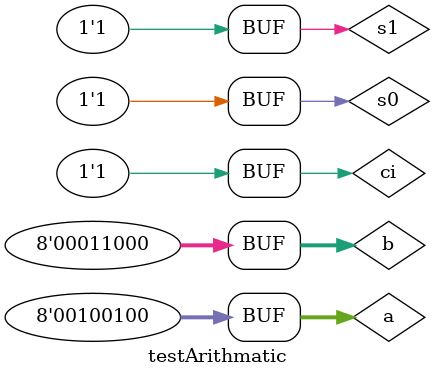
<source format=v>
module Mux4to1(sel0, sel1, i0, i1, i2, i3, f);

input sel0, sel1, i0, i1, i2, i3;
output f;
wire w0, w1, w2, w3, nsel1, nsel0;

not(nsel1, sel1);
not(nsel0, sel0);

and(w0, nsel1, nsel0, i0);
and(w1, nsel1, sel0, i1);
and(w2, sel1, nsel0, i2);
and(w3, sel1, sel0, i3);
or(f, w0, w1, w2, w3);

endmodule

module mux4to1x8(sel0, sel1, i0, i1, i2, i3, f);

input sel0, sel1;
input [7:0]i0, i1, i2, i3;
output [7:0]f;

Mux4to1 mux0(.sel0(sel0), .sel1(sel1), .i0(i0[0]), .i1(i1[0]), .i2(i2[0]), .i3(i3[0]), .f(f[0]));
Mux4to1 mux1(.sel0(sel0), .sel1(sel1), .i0(i0[1]), .i1(i1[1]), .i2(i2[1]), .i3(i3[1]), .f(f[1]));
Mux4to1 mux2(.sel0(sel0), .sel1(sel1), .i0(i0[2]), .i1(i1[2]), .i2(i2[2]), .i3(i3[2]), .f(f[2]));
Mux4to1 mux3(.sel0(sel0), .sel1(sel1), .i0(i0[3]), .i1(i1[3]), .i2(i2[3]), .i3(i3[3]), .f(f[3]));
Mux4to1 mux4(.sel0(sel0), .sel1(sel1), .i0(i0[4]), .i1(i1[4]), .i2(i2[4]), .i3(i3[4]), .f(f[4]));
Mux4to1 mux5(.sel0(sel0), .sel1(sel1), .i0(i0[5]), .i1(i1[5]), .i2(i2[5]), .i3(i3[5]), .f(f[5]));
Mux4to1 mux6(.sel0(sel0), .sel1(sel1), .i0(i0[6]), .i1(i1[6]), .i2(i2[6]), .i3(i3[6]), .f(f[6]));
Mux4to1 mux7(.sel0(sel0), .sel1(sel1), .i0(i0[7]), .i1(i1[7]), .i2(i2[7]), .i3(i3[7]), .f(f[7]));

endmodule

module fulladder(x, y, cin, cout, sum);

input x, y, cin;
output cout, sum;
wire w1, w2, w3;

xor(sum, x, y, cin);
and(w1, x, y);
and(w2, y, cin);
and(w3, x, cin);
or(cout, w1, w2, w3);

endmodule

module fulladderx8(x, y, cin, cout, sum);


input [7:0]x, y;
input cin;
output cout;
output [7:0]sum;
wire c0, c1, c2, c3, c4, c5, c6;

fulladder f0(.x(x[0]), .y(y[0]), .cin(cin), .cout(c0), .sum(sum[0]));
fulladder f1(.x(x[1]), .y(y[1]), .cin(c0), .cout(c1), .sum(sum[1]));
fulladder f2(.x(x[2]), .y(y[2]), .cin(c1), .cout(c2), .sum(sum[2]));
fulladder f3(.x(x[3]), .y(y[3]), .cin(c2), .cout(c3), .sum(sum[3]));
fulladder f4(.x(x[4]), .y(y[4]), .cin(c3), .cout(c4), .sum(sum[4]));
fulladder f5(.x(x[5]), .y(y[5]), .cin(c4), .cout(c5), .sum(sum[5]));
fulladder f6(.x(x[6]), .y(y[6]), .cin(c5), .cout(c6), .sum(sum[6]));
fulladder f7(.x(x[7]), .y(y[7]), .cin(c6), .cout(cout), .sum(sum[7]));

endmodule

module arithmatic_unit(sel0, sel1, x, y, cin, cout, f);

input [7:0]x, y;
input sel0, sel1, cin;
output [7:0]f;
output cout;
wire c0, c1, ncin, c2, c3;
wire [7:0]ny, s0, s1, s2, s3;

not(ncin, cin);
not(ny[0], y[0]);
not(ny[1], y[1]);
not(ny[2], y[2]);
not(ny[3], y[3]);
not(ny[4], y[4]);
not(ny[5], y[5]);
not(ny[6], y[6]);
not(ny[7], y[7]);

fulladderx8 f12(.x(x), .y(8'b00000000), .cin(cin), .cout(c0), .sum(s0));
fulladderx8 f34(.x(x), .y(y), .cin(cin), .cout(c1), .sum(s1));
fulladderx8 f56(.x(x), .y(ny), .cin(ncin), .cout(c2), .sum(s2));
fulladderx8 f78(.x(x), .y(8'b11111111), .cin(cin), .cout(c3), .sum(s3));

mux4to1x8 muxx8(.sel0(sel0), .sel1(sel1), .i0(s0), .i1(s1), .i2(s2), .i3(s3), .f(f));
Mux4to1 muxx1(.sel0(sel0), .sel1(sel1), .i0(c0), .i1(c1), .i2(c2), .i3(c3), .f(cout));

endmodule

module testArithmatic();
reg ci, s1, s0;
  reg [7:0] a,b;
  wire co;
  wire [7:0] f;
  
arithmatic_unit arth(.sel0(s0), .sel1(s1), .x(a), .y(b), .cin(ci), .cout(co), .f(f));


  initial begin
    $monitor("x=%d y=%d sel1 =%b sel0 =%b cin=%b==> f=%d  cout=%b " ,a,b, s1, s0, ci, f,co);
    a=8'b00100100; b=8'b00011000; {s1, s0, ci} = 3'b000; 
    #10
     {s1, s0, ci} = 3'b001;
    #10
     {s1, s0, ci} = 3'b010;
    #10
     {s1, s0, ci} = 3'b011;
    #10
    {s1, s0, ci} = 3'b100;
    #10
    {s1, s0, ci} = 3'b101;
    #10
     {s1, s0, ci} = 3'b110;
    #10
    {s1, s0, ci} = 3'b111;
 end
 endmodule

</source>
